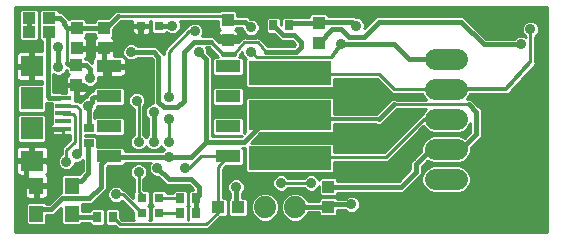
<source format=gtl>
G75*
G70*
%OFA0B0*%
%FSLAX24Y24*%
%IPPOS*%
%LPD*%
%AMOC8*
5,1,8,0,0,1.08239X$1,22.5*
%
%ADD10R,0.0433X0.0394*%
%ADD11R,0.0276X0.0354*%
%ADD12R,0.0315X0.0315*%
%ADD13R,0.0827X0.0394*%
%ADD14R,0.0472X0.0551*%
%ADD15R,0.0354X0.0276*%
%ADD16R,0.0394X0.0433*%
%ADD17C,0.0740*%
%ADD18R,0.2756X0.0787*%
%ADD19R,0.2756X0.0984*%
%ADD20C,0.0709*%
%ADD21R,0.0551X0.0138*%
%ADD22R,0.0748X0.0709*%
%ADD23R,0.0748X0.0748*%
%ADD24C,0.0160*%
%ADD25C,0.0100*%
%ADD26C,0.0356*%
%ADD27C,0.0140*%
%ADD28C,0.0120*%
%ADD29C,0.0110*%
%ADD30C,0.0150*%
D10*
X007747Y001759D03*
X008417Y001759D03*
X002130Y007601D03*
X001460Y007601D03*
X001460Y008070D03*
X002130Y008070D03*
D11*
X009602Y007824D03*
X010113Y007824D03*
X007008Y002066D03*
X006496Y002066D03*
X006496Y001566D03*
X007008Y001566D03*
X004250Y001437D03*
X003738Y001437D03*
D12*
X005207Y001566D03*
X005797Y001566D03*
X005797Y002066D03*
X005207Y002066D03*
X005190Y007807D03*
X005781Y007807D03*
D13*
X004119Y006461D03*
X004119Y005461D03*
X004119Y004461D03*
X004119Y003461D03*
X008096Y003461D03*
X008096Y004461D03*
X008096Y005461D03*
X008096Y006461D03*
D14*
X002874Y002476D03*
X001693Y002476D03*
X001693Y001555D03*
X002874Y001555D03*
D15*
X003442Y003903D03*
X003442Y004415D03*
D16*
X003031Y005840D03*
X003031Y006510D03*
X003051Y007071D03*
X003954Y007071D03*
X003954Y007740D03*
X003051Y007740D03*
X008080Y007998D03*
X008080Y007329D03*
X011108Y007239D03*
X011108Y007909D03*
X011432Y002454D03*
X011432Y001785D03*
D17*
X010324Y001766D03*
X009324Y001766D03*
D18*
X010151Y003410D03*
X010151Y006244D03*
D19*
X010151Y004827D03*
D20*
X015003Y004695D02*
X015712Y004695D01*
X015712Y005695D02*
X015003Y005695D01*
X015003Y006695D02*
X015712Y006695D01*
X015712Y003695D02*
X015003Y003695D01*
X015003Y002695D02*
X015712Y002695D01*
D21*
X002593Y004382D03*
X002593Y004638D03*
X002593Y004894D03*
X002593Y005150D03*
X002593Y005406D03*
D22*
X001550Y006469D03*
X001550Y003319D03*
D23*
X001550Y004394D03*
X001550Y005394D03*
D24*
X002074Y005479D02*
X002139Y005414D01*
X002451Y005414D01*
X002074Y005479D02*
X002074Y007545D01*
X002420Y007101D02*
X002420Y006441D01*
X002431Y006441D01*
X002733Y006580D02*
X002808Y006505D01*
X003047Y006505D01*
X003031Y006510D02*
X003353Y006510D01*
X003478Y006385D01*
X003478Y006075D01*
X003795Y005820D02*
X003983Y006008D01*
X003983Y006324D01*
X003954Y006626D02*
X003954Y007071D01*
X003521Y007071D01*
X003051Y007071D01*
X004078Y007195D02*
X004358Y007195D01*
X004608Y007445D01*
X004608Y007633D01*
X004782Y007807D01*
X005190Y007807D01*
X005170Y007787D02*
X005170Y007570D01*
X005420Y007320D01*
X006170Y007320D01*
X006608Y006945D02*
X006951Y007289D01*
X007514Y007289D01*
X007108Y006945D02*
X007358Y006695D01*
X007358Y003945D01*
X008608Y003945D01*
X009108Y004445D01*
X007358Y003945D02*
X006858Y003445D01*
X006108Y003445D01*
X004119Y003445D01*
X004119Y003461D02*
X003858Y003199D01*
X003858Y002445D01*
X003469Y002057D01*
X002563Y002057D01*
X002201Y001695D01*
X001779Y001695D01*
X001693Y002476D02*
X001546Y002506D01*
X001358Y002695D01*
X001358Y003277D01*
X001550Y003319D01*
X002031Y003319D01*
X002237Y003113D01*
X002189Y003161D02*
X002189Y004327D01*
X002245Y004382D01*
X002593Y004382D01*
X003442Y004415D02*
X003442Y005125D01*
X003423Y005145D02*
X003568Y005270D01*
X003568Y005405D01*
X003608Y005445D01*
X004104Y005445D01*
X003568Y005715D02*
X003157Y005715D01*
X003788Y004905D02*
X003878Y004815D01*
X004108Y004815D01*
X004113Y004820D02*
X004838Y004820D01*
X004858Y004800D01*
X004858Y004195D01*
X004608Y003945D01*
X003858Y003945D01*
X003442Y003903D02*
X003438Y003887D01*
X003438Y002893D01*
X003180Y002635D01*
X002997Y002635D01*
X003035Y001437D02*
X003738Y001437D01*
X005733Y003070D02*
X006108Y002695D01*
X006858Y002695D01*
X007108Y002445D01*
X007108Y002166D01*
X007008Y002066D02*
X007008Y001566D01*
X008358Y001818D02*
X008358Y002445D01*
X010343Y001785D02*
X011432Y001785D01*
X011509Y001861D02*
X012206Y001861D01*
X011441Y002445D02*
X013858Y002445D01*
X014358Y002945D01*
X014358Y003195D01*
X014858Y003695D01*
X015358Y003695D01*
X015858Y003695D01*
X016358Y004195D01*
X016358Y004945D01*
X016108Y005195D01*
X015358Y006695D02*
X014108Y006695D01*
X013608Y007195D01*
X011858Y007195D01*
X012108Y007445D02*
X012608Y007445D01*
X013108Y007945D01*
X015858Y007945D01*
X016608Y007195D01*
X017858Y007195D01*
X013608Y005195D02*
X013108Y004695D01*
X012389Y005008D02*
X012201Y005195D01*
X012201Y005695D01*
X010514Y007101D02*
X010514Y007289D01*
X010295Y007508D01*
X010198Y007909D02*
X011108Y007909D01*
X011144Y007945D02*
X012233Y007945D01*
X012358Y007820D01*
X012108Y007445D02*
X011858Y007695D01*
X011563Y007695D01*
X011108Y007239D01*
X008858Y007758D02*
X008670Y007945D01*
X008133Y007945D01*
X008295Y006883D02*
X007920Y006883D01*
X006608Y006945D02*
X006608Y005320D01*
X006389Y005101D01*
X005951Y005101D01*
X005764Y005289D01*
X005764Y006789D01*
X005608Y006945D01*
X004858Y006945D01*
X004028Y007740D02*
X004420Y008133D01*
X003954Y007740D02*
X003051Y007740D01*
X002733Y007740D01*
X002608Y007865D01*
X002608Y007945D01*
X002483Y008070D01*
X002130Y008070D01*
X001460Y008070D02*
X001460Y007601D01*
X001420Y007101D02*
X001550Y006971D01*
X001550Y006469D01*
X005608Y004945D02*
X005608Y003945D01*
X005781Y007820D02*
X006233Y007820D01*
D25*
X000986Y008447D02*
X000988Y000948D01*
X018725Y000947D01*
X018722Y008443D01*
X000986Y008447D01*
X000986Y008400D02*
X018722Y008400D01*
X018722Y008301D02*
X008346Y008301D01*
X008322Y008325D02*
X007838Y008325D01*
X007805Y008293D01*
X004529Y008293D01*
X004499Y008323D01*
X004341Y008323D01*
X004086Y008067D01*
X003712Y008067D01*
X003647Y008002D01*
X003647Y007930D01*
X003358Y007930D01*
X003358Y008002D01*
X003294Y008067D01*
X002809Y008067D01*
X002782Y008040D01*
X002686Y008135D01*
X002561Y008260D01*
X002456Y008260D01*
X002456Y008312D01*
X002392Y008377D01*
X001868Y008377D01*
X001803Y008312D01*
X001803Y007359D01*
X001868Y007294D01*
X001884Y007294D01*
X001884Y006973D01*
X001600Y006973D01*
X001600Y006519D01*
X001500Y006519D01*
X001500Y006973D01*
X001156Y006973D01*
X001118Y006963D01*
X001084Y006943D01*
X001056Y006915D01*
X001036Y006881D01*
X001026Y006843D01*
X001026Y006519D01*
X001500Y006519D01*
X001500Y006419D01*
X001026Y006419D01*
X001026Y006095D01*
X001036Y006056D01*
X001056Y006022D01*
X001084Y005994D01*
X001118Y005975D01*
X001156Y005964D01*
X001500Y005964D01*
X001500Y006419D01*
X001600Y006419D01*
X001600Y005964D01*
X001884Y005964D01*
X001884Y005878D01*
X001130Y005878D01*
X001066Y005813D01*
X001066Y004974D01*
X001130Y004910D01*
X001970Y004910D01*
X002034Y004974D01*
X002034Y005250D01*
X002060Y005224D01*
X002208Y005224D01*
X002208Y005035D01*
X002221Y005022D01*
X002208Y005008D01*
X002208Y004779D01*
X002221Y004766D01*
X002208Y004752D01*
X002208Y004553D01*
X002198Y004543D01*
X002178Y004509D01*
X002168Y004471D01*
X002168Y004382D01*
X002168Y004293D01*
X002178Y004255D01*
X002198Y004221D01*
X002226Y004193D01*
X002260Y004173D01*
X002298Y004163D01*
X002593Y004163D01*
X002593Y004382D01*
X002168Y004382D01*
X002593Y004382D01*
X002593Y004382D01*
X002593Y004382D01*
X002483Y004383D01*
X002593Y004382D02*
X002593Y004163D01*
X002821Y004163D01*
X002821Y004002D01*
X002637Y003824D01*
X002635Y003824D01*
X002589Y003778D01*
X002542Y003733D01*
X002542Y003731D01*
X002541Y003730D01*
X002541Y003665D01*
X002540Y003600D01*
X002541Y003599D01*
X002541Y003534D01*
X002538Y003533D01*
X002457Y003452D01*
X002413Y003346D01*
X002413Y003231D01*
X002457Y003126D01*
X002538Y003045D01*
X002644Y003001D01*
X002759Y003001D01*
X002864Y003045D01*
X002945Y003126D01*
X002989Y003231D01*
X002989Y003251D01*
X003102Y003251D01*
X003208Y003295D01*
X003248Y003335D01*
X003248Y002972D01*
X003138Y002861D01*
X002593Y002861D01*
X002528Y002797D01*
X002528Y002247D01*
X002484Y002247D01*
X002123Y001885D01*
X002031Y001885D01*
X001975Y001941D01*
X001411Y001941D01*
X001347Y001876D01*
X001347Y001234D01*
X001411Y001170D01*
X001975Y001170D01*
X002039Y001234D01*
X002039Y001505D01*
X002280Y001505D01*
X002528Y001753D01*
X002528Y001234D01*
X002593Y001170D01*
X003156Y001170D01*
X003221Y001234D01*
X003221Y001247D01*
X003491Y001247D01*
X003491Y001214D01*
X003555Y001150D01*
X003922Y001150D01*
X003986Y001214D01*
X003986Y001660D01*
X003922Y001724D01*
X003555Y001724D01*
X003491Y001660D01*
X003491Y001627D01*
X003221Y001627D01*
X003221Y001867D01*
X003548Y001867D01*
X003936Y002255D01*
X004047Y002366D01*
X004047Y003120D01*
X004081Y003154D01*
X004578Y003154D01*
X004643Y003218D01*
X004643Y003255D01*
X005510Y003255D01*
X005488Y003233D01*
X005444Y003127D01*
X005444Y003013D01*
X005488Y002907D01*
X005569Y002826D01*
X005675Y002782D01*
X005752Y002782D01*
X006029Y002505D01*
X006779Y002505D01*
X006918Y002366D01*
X006918Y002353D01*
X006825Y002353D01*
X006760Y002289D01*
X006760Y001843D01*
X006788Y001816D01*
X006760Y001789D01*
X006760Y001355D01*
X006744Y001355D01*
X006744Y001789D01*
X006717Y001816D01*
X006744Y001843D01*
X006744Y002289D01*
X006680Y002353D01*
X006313Y002353D01*
X006248Y002289D01*
X006248Y002226D01*
X006065Y002226D01*
X006065Y002269D01*
X006001Y002334D01*
X005594Y002334D01*
X005530Y002269D01*
X005530Y001863D01*
X005577Y001816D01*
X005530Y001769D01*
X005530Y001363D01*
X005538Y001355D01*
X005466Y001355D01*
X005474Y001363D01*
X005474Y001769D01*
X005427Y001816D01*
X005474Y001863D01*
X005474Y002269D01*
X005410Y002334D01*
X005267Y002334D01*
X005267Y002699D01*
X005271Y002701D01*
X005352Y002782D01*
X005396Y002888D01*
X005396Y003002D01*
X005352Y003108D01*
X005271Y003189D01*
X005165Y003233D01*
X005050Y003233D01*
X004944Y003189D01*
X004863Y003108D01*
X004819Y003002D01*
X004819Y002888D01*
X004863Y002782D01*
X004944Y002701D01*
X004948Y002699D01*
X004948Y002277D01*
X004939Y002269D01*
X004939Y002060D01*
X004738Y002261D01*
X004644Y002355D01*
X004603Y002355D01*
X004602Y002358D01*
X004521Y002439D01*
X004415Y002483D01*
X004300Y002483D01*
X004194Y002439D01*
X004113Y002358D01*
X004069Y002252D01*
X004069Y002138D01*
X004113Y002032D01*
X004194Y001951D01*
X004300Y001907D01*
X004415Y001907D01*
X004521Y001951D01*
X004558Y001988D01*
X004939Y001607D01*
X004939Y001363D01*
X004947Y001355D01*
X004559Y001355D01*
X004498Y001416D01*
X004498Y001660D01*
X004434Y001724D01*
X004067Y001724D01*
X004002Y001660D01*
X004002Y001214D01*
X004067Y001150D01*
X004311Y001150D01*
X004426Y001035D01*
X007424Y001035D01*
X007814Y001425D01*
X007841Y001452D01*
X008009Y001452D01*
X008074Y001517D01*
X008074Y002001D01*
X008009Y002066D01*
X007907Y002066D01*
X007907Y003046D01*
X008015Y003154D01*
X008555Y003154D01*
X008619Y003218D01*
X008619Y003703D01*
X008567Y003755D01*
X008663Y003755D01*
X008663Y002970D01*
X008727Y002906D01*
X011574Y002906D01*
X011639Y002970D01*
X011639Y003285D01*
X013424Y003285D01*
X014598Y004459D01*
X014610Y004432D01*
X014740Y004301D01*
X014911Y004231D01*
X015804Y004231D01*
X015975Y004301D01*
X016105Y004432D01*
X016168Y004582D01*
X016168Y004274D01*
X015979Y004085D01*
X015975Y004089D01*
X015804Y004159D01*
X014911Y004159D01*
X014740Y004089D01*
X014610Y003958D01*
X014539Y003787D01*
X014539Y003645D01*
X014279Y003385D01*
X014279Y003385D01*
X014168Y003274D01*
X014168Y003024D01*
X013779Y002635D01*
X011739Y002635D01*
X011739Y002716D01*
X011675Y002780D01*
X011190Y002780D01*
X011125Y002716D01*
X011125Y002676D01*
X011102Y002733D01*
X011021Y002814D01*
X010915Y002858D01*
X010800Y002858D01*
X010694Y002814D01*
X010613Y002733D01*
X010612Y002730D01*
X010103Y002730D01*
X010102Y002733D01*
X010021Y002814D01*
X009915Y002858D01*
X009800Y002858D01*
X009694Y002814D01*
X009613Y002733D01*
X009569Y002627D01*
X009569Y002513D01*
X009613Y002407D01*
X009694Y002326D01*
X009800Y002282D01*
X009915Y002282D01*
X010021Y002326D01*
X010102Y002407D01*
X010103Y002410D01*
X010612Y002410D01*
X010613Y002407D01*
X010694Y002326D01*
X010800Y002282D01*
X010915Y002282D01*
X011021Y002326D01*
X011102Y002407D01*
X011125Y002464D01*
X011125Y002192D01*
X011190Y002127D01*
X011675Y002127D01*
X011739Y002192D01*
X011739Y002255D01*
X013936Y002255D01*
X014436Y002755D01*
X014547Y002866D01*
X014547Y003116D01*
X014736Y003305D01*
X014740Y003301D01*
X014911Y003231D01*
X015804Y003231D01*
X015975Y003301D01*
X016105Y003432D01*
X016176Y003603D01*
X016176Y003745D01*
X016547Y004116D01*
X016547Y005024D01*
X016436Y005135D01*
X016186Y005385D01*
X016058Y005385D01*
X016105Y005432D01*
X016144Y005525D01*
X017292Y005525D01*
X017296Y005521D01*
X017362Y005525D01*
X017428Y005525D01*
X017432Y005529D01*
X017437Y005529D01*
X017481Y005578D01*
X017527Y005625D01*
X017527Y005630D01*
X018344Y006540D01*
X018336Y006681D01*
X018330Y006686D01*
X018330Y007449D01*
X018333Y007451D01*
X018414Y007532D01*
X018458Y007638D01*
X018458Y007752D01*
X018414Y007858D01*
X018333Y007939D01*
X018227Y007983D01*
X018113Y007983D01*
X018007Y007939D01*
X017926Y007858D01*
X017882Y007752D01*
X017882Y007638D01*
X017926Y007532D01*
X018007Y007451D01*
X018010Y007449D01*
X018010Y007444D01*
X017915Y007483D01*
X017800Y007483D01*
X017694Y007439D01*
X017640Y007385D01*
X016686Y007385D01*
X015936Y008135D01*
X013029Y008135D01*
X012918Y008024D01*
X012638Y007744D01*
X012646Y007763D01*
X012646Y007877D01*
X012602Y007983D01*
X012521Y008064D01*
X012415Y008108D01*
X012338Y008108D01*
X012311Y008135D01*
X011414Y008135D01*
X011414Y008171D01*
X011350Y008235D01*
X010865Y008235D01*
X010801Y008171D01*
X010801Y008099D01*
X010309Y008099D01*
X010297Y008111D01*
X009930Y008111D01*
X009866Y008047D01*
X009866Y007824D01*
X009849Y007840D01*
X009849Y008047D01*
X009785Y008111D01*
X009418Y008111D01*
X009354Y008047D01*
X009354Y007601D01*
X009418Y007537D01*
X009629Y007537D01*
X009735Y007431D01*
X009843Y007323D01*
X010211Y007323D01*
X010324Y007210D01*
X010324Y007173D01*
X010281Y007130D01*
X009413Y007130D01*
X009153Y007419D01*
X009017Y007426D01*
X009007Y007418D01*
X008708Y007418D01*
X008700Y007425D01*
X008563Y007419D01*
X008427Y007271D01*
X008427Y007280D01*
X008128Y007280D01*
X008128Y007377D01*
X008427Y007377D01*
X008427Y007565D01*
X008417Y007603D01*
X008397Y007638D01*
X008369Y007665D01*
X008335Y007685D01*
X008387Y007736D01*
X008387Y007755D01*
X008569Y007755D01*
X008569Y007700D01*
X008613Y007594D01*
X008694Y007513D01*
X008800Y007469D01*
X008915Y007469D01*
X009021Y007513D01*
X009102Y007594D01*
X009146Y007700D01*
X009146Y007815D01*
X009102Y007921D01*
X009021Y008002D01*
X008915Y008046D01*
X008838Y008046D01*
X008749Y008135D01*
X008387Y008135D01*
X008387Y008260D01*
X008322Y008325D01*
X008387Y008203D02*
X010832Y008203D01*
X010801Y008104D02*
X010304Y008104D01*
X010198Y007909D02*
X010113Y007824D01*
X009866Y007907D02*
X009849Y007907D01*
X009849Y008006D02*
X009866Y008006D01*
X009923Y008104D02*
X009792Y008104D01*
X009604Y007824D02*
X009602Y007824D01*
X009354Y007809D02*
X009146Y007809D01*
X009146Y007710D02*
X009354Y007710D01*
X009354Y007612D02*
X009109Y007612D01*
X009020Y007513D02*
X009653Y007513D01*
X009751Y007415D02*
X009157Y007415D01*
X009246Y007316D02*
X010218Y007316D01*
X010316Y007218D02*
X009334Y007218D01*
X009076Y007258D02*
X008639Y007258D01*
X008559Y007415D02*
X008427Y007415D01*
X008427Y007513D02*
X008695Y007513D01*
X008606Y007612D02*
X008412Y007612D01*
X008361Y007710D02*
X008569Y007710D01*
X008133Y007945D02*
X008080Y007998D01*
X007902Y008133D01*
X004420Y008133D01*
X004529Y007973D02*
X004883Y007973D01*
X004883Y007836D01*
X005161Y007836D01*
X005161Y007778D01*
X004883Y007778D01*
X004883Y007630D01*
X004893Y007591D01*
X004913Y007557D01*
X004941Y007529D01*
X004975Y007510D01*
X005013Y007499D01*
X005161Y007499D01*
X005161Y007778D01*
X005219Y007778D01*
X005219Y007836D01*
X005498Y007836D01*
X005498Y007973D01*
X005513Y007973D01*
X005513Y007604D01*
X005578Y007539D01*
X005984Y007539D01*
X006045Y007600D01*
X006069Y007576D01*
X006175Y007532D01*
X006290Y007532D01*
X006396Y007576D01*
X006477Y007657D01*
X006521Y007763D01*
X006521Y007877D01*
X006481Y007973D01*
X007773Y007973D01*
X007773Y007736D01*
X007824Y007685D01*
X007791Y007665D01*
X007763Y007638D01*
X007743Y007603D01*
X007733Y007565D01*
X007733Y007377D01*
X008032Y007377D01*
X008032Y007280D01*
X007777Y007280D01*
X007704Y007353D01*
X007704Y007368D01*
X007592Y007479D01*
X007231Y007479D01*
X007271Y007575D01*
X007271Y007690D01*
X007227Y007796D01*
X007146Y007877D01*
X007040Y007921D01*
X006925Y007921D01*
X006819Y007877D01*
X006738Y007796D01*
X006737Y007793D01*
X006729Y007793D01*
X005948Y007011D01*
X005948Y006874D01*
X005686Y007135D01*
X005075Y007135D01*
X005021Y007189D01*
X004915Y007233D01*
X004800Y007233D01*
X004694Y007189D01*
X004613Y007108D01*
X004569Y007002D01*
X004569Y006888D01*
X004612Y006785D01*
X004591Y006797D01*
X004552Y006808D01*
X004294Y006808D01*
X004301Y006835D01*
X004301Y007023D01*
X004002Y007023D01*
X004002Y007119D01*
X004624Y007119D01*
X004577Y007021D02*
X004301Y007021D01*
X004301Y007119D02*
X004002Y007119D01*
X003954Y007071D02*
X004078Y007195D01*
X003906Y007119D02*
X003906Y007023D01*
X003607Y007023D01*
X003607Y006835D01*
X003617Y006797D01*
X003625Y006784D01*
X003614Y006778D01*
X003586Y006750D01*
X003566Y006716D01*
X003556Y006677D01*
X003556Y006575D01*
X003432Y006700D01*
X003338Y006700D01*
X003338Y006733D01*
X003340Y006734D01*
X003368Y006762D01*
X003388Y006797D01*
X003398Y006835D01*
X003398Y007023D01*
X003100Y007023D01*
X003100Y007119D01*
X003906Y007119D01*
X003607Y007119D01*
X003607Y007307D01*
X003617Y007345D01*
X003637Y007380D01*
X003665Y007408D01*
X003698Y007427D01*
X003647Y007478D01*
X003647Y007550D01*
X003358Y007550D01*
X003358Y007478D01*
X003307Y007427D01*
X003340Y007408D01*
X003368Y007380D01*
X003388Y007345D01*
X003398Y007307D01*
X003398Y007119D01*
X003100Y007119D01*
X003398Y007021D02*
X003607Y007021D01*
X003607Y006922D02*
X003398Y006922D01*
X003395Y006824D02*
X003610Y006824D01*
X003572Y006725D02*
X003338Y006725D01*
X003505Y006627D02*
X003556Y006627D01*
X003954Y006626D02*
X004119Y006461D01*
X003983Y006324D01*
X004071Y006331D02*
X004168Y006331D01*
X004168Y006412D02*
X004071Y006412D01*
X004071Y006114D01*
X003771Y006114D01*
X003771Y006013D01*
X003727Y005907D01*
X003646Y005826D01*
X003540Y005782D01*
X003425Y005782D01*
X003319Y005826D01*
X003256Y005889D01*
X003080Y005889D01*
X003080Y005792D01*
X003378Y005792D01*
X003378Y005604D01*
X003368Y005566D01*
X003348Y005532D01*
X003320Y005504D01*
X003286Y005484D01*
X003248Y005474D01*
X003080Y005474D01*
X003080Y005792D01*
X002983Y005792D01*
X002685Y005792D01*
X002685Y005604D01*
X002690Y005585D01*
X002549Y005585D01*
X002530Y005604D01*
X002264Y005604D01*
X002264Y006200D01*
X002268Y006196D01*
X002374Y006153D01*
X002488Y006153D01*
X002594Y006196D01*
X002675Y006277D01*
X002702Y006342D01*
X002725Y006319D01*
X002725Y006247D01*
X002776Y006196D01*
X002742Y006177D01*
X002715Y006149D01*
X002695Y006115D01*
X002685Y006077D01*
X002685Y005889D01*
X002983Y005889D01*
X002983Y005792D01*
X002983Y005474D01*
X002979Y005474D01*
X002979Y005310D01*
X003104Y005310D01*
X003157Y005257D01*
X003178Y005308D01*
X003259Y005389D01*
X003365Y005433D01*
X003378Y005433D01*
X003378Y005484D01*
X003489Y005595D01*
X003529Y005635D01*
X003596Y005635D01*
X003596Y005703D01*
X003660Y005768D01*
X004578Y005768D01*
X004643Y005703D01*
X004643Y005218D01*
X004578Y005154D01*
X003724Y005154D01*
X003711Y005143D01*
X003711Y005088D01*
X003667Y004982D01*
X003632Y004948D01*
X003632Y004740D01*
X003660Y004768D01*
X004578Y004768D01*
X004643Y004703D01*
X004643Y004218D01*
X004578Y004154D01*
X003660Y004154D01*
X003647Y004167D01*
X003309Y004167D01*
X003309Y004151D01*
X003665Y004151D01*
X003730Y004086D01*
X003730Y003768D01*
X004578Y003768D01*
X004643Y003703D01*
X004643Y003635D01*
X005890Y003635D01*
X005944Y003689D01*
X005958Y003695D01*
X005944Y003701D01*
X005863Y003782D01*
X005857Y003796D01*
X005852Y003782D01*
X005771Y003701D01*
X005665Y003657D01*
X005550Y003657D01*
X005444Y003701D01*
X005363Y003782D01*
X005358Y003796D01*
X005352Y003782D01*
X005271Y003701D01*
X005165Y003657D01*
X005050Y003657D01*
X004944Y003701D01*
X004863Y003782D01*
X004819Y003888D01*
X004819Y004002D01*
X004863Y004108D01*
X004944Y004189D01*
X004948Y004191D01*
X004948Y005049D01*
X004882Y005076D01*
X004801Y005157D01*
X004757Y005263D01*
X004757Y005377D01*
X004801Y005483D01*
X004882Y005564D01*
X004988Y005608D01*
X005102Y005608D01*
X005208Y005564D01*
X005289Y005483D01*
X005333Y005377D01*
X005333Y005263D01*
X005289Y005157D01*
X005267Y005135D01*
X005267Y004191D01*
X005271Y004189D01*
X005352Y004108D01*
X005358Y004094D01*
X005363Y004108D01*
X005418Y004163D01*
X005418Y004728D01*
X005363Y004782D01*
X005319Y004888D01*
X005319Y005002D01*
X005363Y005108D01*
X005444Y005189D01*
X005550Y005233D01*
X005574Y005233D01*
X005574Y006710D01*
X005529Y006755D01*
X005075Y006755D01*
X005021Y006701D01*
X004915Y006657D01*
X004800Y006657D01*
X004694Y006701D01*
X004663Y006732D01*
X004672Y006716D01*
X004683Y006677D01*
X004683Y006509D01*
X004168Y006509D01*
X004168Y006412D01*
X004168Y006114D01*
X004552Y006114D01*
X004591Y006124D01*
X004625Y006144D01*
X004653Y006172D01*
X004672Y006206D01*
X004683Y006244D01*
X004683Y006412D01*
X004168Y006412D01*
X004168Y006430D02*
X005574Y006430D01*
X005574Y006528D02*
X004683Y006528D01*
X004683Y006627D02*
X005574Y006627D01*
X005559Y006725D02*
X005045Y006725D01*
X005108Y006445D02*
X004135Y006445D01*
X004119Y006461D01*
X004108Y006449D01*
X004071Y006233D02*
X004168Y006233D01*
X004168Y006134D02*
X004071Y006134D01*
X003771Y006036D02*
X005574Y006036D01*
X005574Y006134D02*
X004608Y006134D01*
X004680Y006233D02*
X005574Y006233D01*
X005574Y006331D02*
X004683Y006331D01*
X004667Y006725D02*
X004670Y006725D01*
X004596Y006824D02*
X004298Y006824D01*
X004301Y006922D02*
X004569Y006922D01*
X004301Y007119D02*
X004301Y007307D01*
X004291Y007345D01*
X004271Y007380D01*
X004243Y007408D01*
X004209Y007427D01*
X004261Y007478D01*
X004261Y007705D01*
X004529Y007973D01*
X004463Y007907D02*
X004883Y007907D01*
X004883Y007710D02*
X004266Y007710D01*
X004261Y007612D02*
X004888Y007612D01*
X004969Y007513D02*
X004261Y007513D01*
X004231Y007415D02*
X006351Y007415D01*
X006449Y007513D02*
X005412Y007513D01*
X005406Y007510D02*
X005440Y007529D01*
X005468Y007557D01*
X005487Y007591D01*
X005498Y007630D01*
X005498Y007778D01*
X005219Y007778D01*
X005219Y007499D01*
X005367Y007499D01*
X005406Y007510D01*
X005493Y007612D02*
X005513Y007612D01*
X005513Y007710D02*
X005498Y007710D01*
X005513Y007809D02*
X005219Y007809D01*
X005190Y007807D02*
X005170Y007787D01*
X005161Y007809D02*
X004365Y007809D01*
X004028Y007740D02*
X003954Y007740D01*
X003647Y007513D02*
X003358Y007513D01*
X003328Y007415D02*
X003677Y007415D01*
X003609Y007316D02*
X003396Y007316D01*
X003398Y007218D02*
X003607Y007218D01*
X003483Y007110D02*
X003521Y007071D01*
X003483Y007110D02*
X003483Y007420D01*
X004298Y007316D02*
X006252Y007316D01*
X006154Y007218D02*
X004953Y007218D01*
X004762Y007218D02*
X004301Y007218D01*
X005161Y007513D02*
X005219Y007513D01*
X005219Y007612D02*
X005161Y007612D01*
X005161Y007710D02*
X005219Y007710D01*
X005498Y007907D02*
X005513Y007907D01*
X005781Y007820D02*
X005781Y007807D01*
X006431Y007612D02*
X006548Y007612D01*
X006499Y007710D02*
X006646Y007710D01*
X006751Y007809D02*
X006521Y007809D01*
X006508Y007907D02*
X006892Y007907D01*
X007073Y007907D02*
X007773Y007907D01*
X007773Y007809D02*
X007214Y007809D01*
X007262Y007710D02*
X007799Y007710D01*
X007748Y007612D02*
X007271Y007612D01*
X007245Y007513D02*
X007733Y007513D01*
X007733Y007415D02*
X007657Y007415D01*
X007741Y007316D02*
X008032Y007316D01*
X008080Y007329D02*
X008196Y007445D01*
X008128Y007316D02*
X008469Y007316D01*
X008080Y007329D02*
X007946Y007195D01*
X007946Y007356D01*
X007449Y007099D02*
X007730Y006818D01*
X007730Y006804D01*
X007766Y006768D01*
X007637Y006768D01*
X007572Y006703D01*
X007572Y006218D01*
X007637Y006154D01*
X008555Y006154D01*
X008619Y006218D01*
X008619Y006703D01*
X008555Y006768D01*
X008449Y006768D01*
X008485Y006804D01*
X008485Y006846D01*
X008569Y006938D01*
X008569Y006888D01*
X008613Y006782D01*
X008687Y006708D01*
X008663Y006684D01*
X008663Y005805D01*
X008727Y005741D01*
X011574Y005741D01*
X011639Y005805D01*
X011639Y006035D01*
X013041Y006035D01*
X013541Y005535D01*
X014567Y005535D01*
X014610Y005432D01*
X014687Y005355D01*
X013716Y005355D01*
X013686Y005385D01*
X013529Y005385D01*
X013009Y004865D01*
X011639Y004865D01*
X011639Y005365D01*
X011574Y005429D01*
X008727Y005429D01*
X008663Y005365D01*
X008663Y004289D01*
X008673Y004279D01*
X008619Y004225D01*
X008619Y004703D01*
X008555Y004768D01*
X007637Y004768D01*
X007572Y004703D01*
X007572Y004218D01*
X007637Y004154D01*
X008548Y004154D01*
X008529Y004135D01*
X007547Y004135D01*
X007547Y006774D01*
X007396Y006926D01*
X007396Y007002D01*
X007356Y007099D01*
X007449Y007099D01*
X007388Y007021D02*
X007527Y007021D01*
X007626Y006922D02*
X007399Y006922D01*
X007498Y006824D02*
X007724Y006824D01*
X007594Y006725D02*
X007547Y006725D01*
X007547Y006627D02*
X007572Y006627D01*
X007572Y006528D02*
X007547Y006528D01*
X007547Y006430D02*
X007572Y006430D01*
X007572Y006331D02*
X007547Y006331D01*
X007547Y006233D02*
X007572Y006233D01*
X007547Y006134D02*
X008663Y006134D01*
X008663Y006036D02*
X007547Y006036D01*
X007547Y005937D02*
X008663Y005937D01*
X008663Y005839D02*
X007547Y005839D01*
X007547Y005740D02*
X007609Y005740D01*
X007637Y005768D02*
X007572Y005703D01*
X007572Y005218D01*
X007637Y005154D01*
X008555Y005154D01*
X008619Y005218D01*
X008619Y005703D01*
X008555Y005768D01*
X007637Y005768D01*
X007572Y005642D02*
X007547Y005642D01*
X007547Y005543D02*
X007572Y005543D01*
X007572Y005445D02*
X007547Y005445D01*
X007547Y005346D02*
X007572Y005346D01*
X007572Y005248D02*
X007547Y005248D01*
X007547Y005149D02*
X008663Y005149D01*
X008663Y005051D02*
X007547Y005051D01*
X007547Y004952D02*
X008663Y004952D01*
X008663Y004854D02*
X007547Y004854D01*
X007547Y004755D02*
X007624Y004755D01*
X007572Y004657D02*
X007547Y004657D01*
X007547Y004558D02*
X007572Y004558D01*
X007572Y004460D02*
X007547Y004460D01*
X007547Y004361D02*
X007572Y004361D01*
X007572Y004263D02*
X007547Y004263D01*
X007547Y004164D02*
X007627Y004164D01*
X008619Y004263D02*
X008656Y004263D01*
X008663Y004361D02*
X008619Y004361D01*
X008619Y004460D02*
X008663Y004460D01*
X008663Y004558D02*
X008619Y004558D01*
X008619Y004657D02*
X008663Y004657D01*
X008663Y004755D02*
X008567Y004755D01*
X009108Y004445D02*
X009769Y004445D01*
X010151Y004827D01*
X010283Y004695D01*
X009156Y004225D02*
X011574Y004225D01*
X011639Y004289D01*
X011639Y004525D01*
X013009Y004525D01*
X013029Y004505D01*
X013186Y004505D01*
X013716Y005035D01*
X014687Y005035D01*
X014610Y004958D01*
X014567Y004855D01*
X014541Y004855D01*
X014448Y004761D01*
X013291Y003605D01*
X011639Y003605D01*
X011639Y003849D01*
X011574Y003913D01*
X008844Y003913D01*
X009156Y004225D01*
X009095Y004164D02*
X013850Y004164D01*
X013752Y004066D02*
X008997Y004066D01*
X008898Y003967D02*
X013653Y003967D01*
X013555Y003869D02*
X011619Y003869D01*
X011639Y003770D02*
X013456Y003770D01*
X013358Y003672D02*
X011639Y003672D01*
X011639Y003278D02*
X014171Y003278D01*
X014168Y003179D02*
X011639Y003179D01*
X011639Y003081D02*
X014168Y003081D01*
X014126Y002982D02*
X011639Y002982D01*
X011739Y002687D02*
X013830Y002687D01*
X013929Y002785D02*
X011050Y002785D01*
X011121Y002687D02*
X011125Y002687D01*
X010858Y002570D02*
X009858Y002570D01*
X009594Y002687D02*
X008523Y002687D01*
X008521Y002689D02*
X008415Y002733D01*
X008300Y002733D01*
X008194Y002689D01*
X008113Y002608D01*
X008069Y002502D01*
X008069Y002388D01*
X008113Y002282D01*
X008168Y002228D01*
X008168Y002066D01*
X008154Y002066D01*
X008090Y002001D01*
X008090Y001517D01*
X008154Y001452D01*
X008679Y001452D01*
X008743Y001517D01*
X008743Y002001D01*
X008679Y002066D01*
X008547Y002066D01*
X008547Y002228D01*
X008602Y002282D01*
X008646Y002388D01*
X008646Y002502D01*
X008602Y002608D01*
X008521Y002689D01*
X008610Y002588D02*
X009569Y002588D01*
X009579Y002490D02*
X008646Y002490D01*
X008646Y002391D02*
X009629Y002391D01*
X009775Y002293D02*
X008606Y002293D01*
X008547Y002194D02*
X009103Y002194D01*
X009052Y002173D02*
X009229Y002246D01*
X009420Y002246D01*
X009596Y002173D01*
X009731Y002038D01*
X009804Y001861D01*
X009804Y001670D01*
X009731Y001494D01*
X009596Y001359D01*
X009420Y001286D01*
X009229Y001286D01*
X009052Y001359D01*
X008917Y001494D01*
X008844Y001670D01*
X008844Y001861D01*
X008917Y002038D01*
X009052Y002173D01*
X008975Y002096D02*
X008547Y002096D01*
X008743Y001997D02*
X008900Y001997D01*
X008859Y001899D02*
X008743Y001899D01*
X008743Y001800D02*
X008844Y001800D01*
X008844Y001702D02*
X008743Y001702D01*
X008743Y001603D02*
X008872Y001603D01*
X008913Y001505D02*
X008731Y001505D01*
X009005Y001406D02*
X007795Y001406D01*
X007696Y001308D02*
X009176Y001308D01*
X009472Y001308D02*
X010176Y001308D01*
X010229Y001286D02*
X010420Y001286D01*
X010596Y001359D01*
X010731Y001494D01*
X010773Y001595D01*
X011125Y001595D01*
X011125Y001523D01*
X011190Y001458D01*
X011675Y001458D01*
X011739Y001523D01*
X011739Y001671D01*
X011988Y001671D01*
X012043Y001617D01*
X012149Y001573D01*
X012263Y001573D01*
X012369Y001617D01*
X012450Y001698D01*
X012494Y001804D01*
X012494Y001919D01*
X012450Y002025D01*
X012369Y002106D01*
X012263Y002150D01*
X012149Y002150D01*
X012043Y002106D01*
X011988Y002051D01*
X011734Y002051D01*
X011675Y002111D01*
X011190Y002111D01*
X011125Y002047D01*
X011125Y001975D01*
X010757Y001975D01*
X010731Y002038D01*
X010596Y002173D01*
X010420Y002246D01*
X010229Y002246D01*
X010052Y002173D01*
X009917Y002038D01*
X009844Y001861D01*
X009844Y001670D01*
X009917Y001494D01*
X010052Y001359D01*
X010229Y001286D01*
X010472Y001308D02*
X018725Y001308D01*
X018725Y001406D02*
X010643Y001406D01*
X010735Y001505D02*
X011143Y001505D01*
X011432Y001785D02*
X011509Y001861D01*
X011690Y002096D02*
X012033Y002096D01*
X011739Y002194D02*
X018725Y002194D01*
X018725Y002096D02*
X012379Y002096D01*
X012462Y001997D02*
X018725Y001997D01*
X018725Y001899D02*
X012494Y001899D01*
X012492Y001800D02*
X018725Y001800D01*
X018725Y001702D02*
X012452Y001702D01*
X012335Y001603D02*
X018725Y001603D01*
X018725Y001505D02*
X011721Y001505D01*
X011739Y001603D02*
X012077Y001603D01*
X011174Y002096D02*
X010673Y002096D01*
X010748Y001997D02*
X011125Y001997D01*
X011125Y002194D02*
X010545Y002194D01*
X010629Y002391D02*
X010086Y002391D01*
X009940Y002293D02*
X010775Y002293D01*
X010940Y002293D02*
X011125Y002293D01*
X011125Y002391D02*
X011086Y002391D01*
X011432Y002454D02*
X011441Y002445D01*
X010665Y002785D02*
X010050Y002785D01*
X009665Y002785D02*
X007907Y002785D01*
X007907Y002687D02*
X008192Y002687D01*
X008105Y002588D02*
X007907Y002588D01*
X007907Y002490D02*
X008069Y002490D01*
X008069Y002391D02*
X007907Y002391D01*
X007907Y002293D02*
X008109Y002293D01*
X008168Y002194D02*
X007907Y002194D01*
X007907Y002096D02*
X008168Y002096D01*
X008090Y001997D02*
X008074Y001997D01*
X008074Y001899D02*
X008090Y001899D01*
X008090Y001800D02*
X008074Y001800D01*
X008074Y001702D02*
X008090Y001702D01*
X008090Y001603D02*
X008074Y001603D01*
X008062Y001505D02*
X008102Y001505D01*
X007747Y001585D02*
X007747Y001759D01*
X007747Y003112D01*
X008096Y003461D01*
X007186Y003461D01*
X006795Y003070D01*
X006670Y003070D01*
X005847Y002687D02*
X005267Y002687D01*
X005267Y002588D02*
X005946Y002588D01*
X006042Y002293D02*
X006252Y002293D01*
X006496Y002066D02*
X005797Y002066D01*
X005530Y002096D02*
X005474Y002096D01*
X005474Y002194D02*
X005530Y002194D01*
X005553Y002293D02*
X005451Y002293D01*
X005267Y002391D02*
X006893Y002391D01*
X006794Y002490D02*
X005267Y002490D01*
X005108Y002258D02*
X005207Y002158D01*
X005207Y002066D01*
X005108Y002258D02*
X005108Y002945D01*
X005363Y003081D02*
X005444Y003081D01*
X005457Y002982D02*
X005396Y002982D01*
X005394Y002884D02*
X005512Y002884D01*
X005668Y002785D02*
X005353Y002785D01*
X004948Y002687D02*
X004047Y002687D01*
X004047Y002785D02*
X004862Y002785D01*
X004821Y002884D02*
X004047Y002884D01*
X004047Y002982D02*
X004819Y002982D01*
X004852Y003081D02*
X004047Y003081D01*
X004119Y003445D02*
X004119Y003461D01*
X004603Y003179D02*
X004934Y003179D01*
X005281Y003179D02*
X005466Y003179D01*
X005515Y003672D02*
X005200Y003672D01*
X005340Y003770D02*
X005375Y003770D01*
X005108Y003945D02*
X005108Y005258D01*
X005045Y005320D01*
X004785Y005445D02*
X004643Y005445D01*
X004643Y005543D02*
X004861Y005543D01*
X004643Y005642D02*
X005574Y005642D01*
X005574Y005740D02*
X004606Y005740D01*
X004119Y005461D02*
X004104Y005445D01*
X003596Y005642D02*
X003378Y005642D01*
X003378Y005740D02*
X003633Y005740D01*
X003568Y005715D02*
X003673Y005820D01*
X003795Y005820D01*
X003739Y005937D02*
X005574Y005937D01*
X005574Y005839D02*
X003658Y005839D01*
X003307Y005839D02*
X003080Y005839D01*
X003031Y005840D02*
X003157Y005715D01*
X003080Y005740D02*
X002983Y005740D01*
X002983Y005642D02*
X003080Y005642D01*
X003080Y005543D02*
X002983Y005543D01*
X002979Y005445D02*
X003378Y005445D01*
X003355Y005543D02*
X003437Y005543D01*
X003216Y005346D02*
X002979Y005346D01*
X002593Y005406D02*
X002451Y005414D01*
X002264Y005642D02*
X002685Y005642D01*
X002685Y005740D02*
X002264Y005740D01*
X002264Y005839D02*
X002983Y005839D01*
X002685Y005937D02*
X002264Y005937D01*
X002264Y006036D02*
X002685Y006036D01*
X002706Y006134D02*
X002264Y006134D01*
X002630Y006233D02*
X002739Y006233D01*
X002713Y006331D02*
X002697Y006331D01*
X002733Y006580D02*
X002733Y007740D01*
X002717Y008104D02*
X004123Y008104D01*
X004221Y008203D02*
X002619Y008203D01*
X002456Y008301D02*
X004320Y008301D01*
X004520Y008301D02*
X007814Y008301D01*
X008780Y008104D02*
X009411Y008104D01*
X009354Y008006D02*
X009012Y008006D01*
X009107Y007907D02*
X009354Y007907D01*
X008858Y006945D02*
X009045Y006758D01*
X011545Y006758D01*
X010358Y006195D02*
X010308Y006244D01*
X010151Y006244D01*
X010358Y006195D02*
X013108Y006195D01*
X013608Y005695D01*
X015358Y005695D01*
X016111Y005445D02*
X018723Y005445D01*
X018723Y005543D02*
X017450Y005543D01*
X017538Y005642D02*
X018723Y005642D01*
X018723Y005740D02*
X017626Y005740D01*
X017714Y005839D02*
X018723Y005839D01*
X018723Y005937D02*
X017803Y005937D01*
X017891Y006036D02*
X018723Y006036D01*
X018723Y006134D02*
X017979Y006134D01*
X018068Y006233D02*
X018723Y006233D01*
X018723Y006331D02*
X018156Y006331D01*
X018244Y006430D02*
X018723Y006430D01*
X018723Y006528D02*
X018333Y006528D01*
X018339Y006627D02*
X018723Y006627D01*
X018723Y006725D02*
X018330Y006725D01*
X018330Y006824D02*
X018723Y006824D01*
X018723Y006922D02*
X018330Y006922D01*
X018330Y007021D02*
X018723Y007021D01*
X018723Y007119D02*
X018330Y007119D01*
X018330Y007218D02*
X018723Y007218D01*
X018723Y007316D02*
X018330Y007316D01*
X018330Y007415D02*
X018723Y007415D01*
X018723Y007513D02*
X018395Y007513D01*
X018447Y007612D02*
X018723Y007612D01*
X018723Y007710D02*
X018458Y007710D01*
X018435Y007809D02*
X018723Y007809D01*
X018723Y007907D02*
X018365Y007907D01*
X017975Y007907D02*
X016164Y007907D01*
X016066Y008006D02*
X018723Y008006D01*
X018722Y008104D02*
X015967Y008104D01*
X016263Y007809D02*
X017905Y007809D01*
X017882Y007710D02*
X016361Y007710D01*
X016460Y007612D02*
X017893Y007612D01*
X017945Y007513D02*
X016558Y007513D01*
X016657Y007415D02*
X017670Y007415D01*
X018170Y007695D02*
X018170Y006601D01*
X018724Y005346D02*
X016225Y005346D01*
X016324Y005248D02*
X018724Y005248D01*
X018724Y005149D02*
X016422Y005149D01*
X016521Y005051D02*
X018724Y005051D01*
X018724Y004952D02*
X016547Y004952D01*
X016547Y004854D02*
X018724Y004854D01*
X018724Y004755D02*
X016547Y004755D01*
X016547Y004657D02*
X018724Y004657D01*
X018724Y004558D02*
X016547Y004558D01*
X016547Y004460D02*
X018724Y004460D01*
X018724Y004361D02*
X016547Y004361D01*
X016547Y004263D02*
X018724Y004263D01*
X018724Y004164D02*
X016547Y004164D01*
X016497Y004066D02*
X018724Y004066D01*
X018724Y003967D02*
X016398Y003967D01*
X016300Y003869D02*
X018724Y003869D01*
X018724Y003770D02*
X016201Y003770D01*
X016176Y003672D02*
X018724Y003672D01*
X018724Y003573D02*
X016164Y003573D01*
X016123Y003475D02*
X018724Y003475D01*
X018724Y003376D02*
X016049Y003376D01*
X015917Y003278D02*
X018724Y003278D01*
X018724Y003179D02*
X014610Y003179D01*
X014547Y003081D02*
X014732Y003081D01*
X014740Y003089D02*
X014610Y002958D01*
X014539Y002787D01*
X014539Y002603D01*
X014610Y002432D01*
X014740Y002301D01*
X014911Y002231D01*
X015804Y002231D01*
X015975Y002301D01*
X016105Y002432D01*
X016176Y002603D01*
X016176Y002787D01*
X016105Y002958D01*
X015975Y003089D01*
X015804Y003159D01*
X014911Y003159D01*
X014740Y003089D01*
X014633Y002982D02*
X014547Y002982D01*
X014547Y002884D02*
X014579Y002884D01*
X014539Y002785D02*
X014466Y002785D01*
X014539Y002687D02*
X014368Y002687D01*
X014269Y002588D02*
X014545Y002588D01*
X014586Y002490D02*
X014171Y002490D01*
X014072Y002391D02*
X014651Y002391D01*
X014762Y002293D02*
X013974Y002293D01*
X014027Y002884D02*
X007907Y002884D01*
X007907Y002982D02*
X008663Y002982D01*
X008663Y003081D02*
X007942Y003081D01*
X008580Y003179D02*
X008663Y003179D01*
X008663Y003278D02*
X008619Y003278D01*
X008619Y003376D02*
X008663Y003376D01*
X008663Y003475D02*
X008619Y003475D01*
X008619Y003573D02*
X008663Y003573D01*
X008663Y003672D02*
X008619Y003672D01*
X010151Y003410D02*
X010186Y003445D01*
X013358Y003445D01*
X014608Y004695D01*
X015358Y004695D01*
X016034Y004361D02*
X016168Y004361D01*
X016168Y004460D02*
X016117Y004460D01*
X016158Y004558D02*
X016168Y004558D01*
X016156Y004263D02*
X015881Y004263D01*
X016058Y004164D02*
X014303Y004164D01*
X014401Y004263D02*
X014834Y004263D01*
X014681Y004361D02*
X014500Y004361D01*
X014244Y004558D02*
X013239Y004558D01*
X013338Y004657D02*
X014343Y004657D01*
X014441Y004755D02*
X013436Y004755D01*
X013535Y004854D02*
X014540Y004854D01*
X014607Y004952D02*
X013633Y004952D01*
X013608Y005195D02*
X016108Y005195D01*
X014604Y005445D02*
X008619Y005445D01*
X008619Y005543D02*
X013533Y005543D01*
X013435Y005642D02*
X008619Y005642D01*
X008582Y005740D02*
X013336Y005740D01*
X013238Y005839D02*
X011639Y005839D01*
X011639Y005937D02*
X013139Y005937D01*
X013490Y005346D02*
X011639Y005346D01*
X011639Y005248D02*
X013391Y005248D01*
X013293Y005149D02*
X011639Y005149D01*
X011639Y005051D02*
X013194Y005051D01*
X013096Y004952D02*
X011639Y004952D01*
X011639Y004460D02*
X014146Y004460D01*
X014047Y004361D02*
X011639Y004361D01*
X011612Y004263D02*
X013949Y004263D01*
X014204Y004066D02*
X014717Y004066D01*
X014618Y003967D02*
X014106Y003967D01*
X014007Y003869D02*
X014572Y003869D01*
X014539Y003770D02*
X013909Y003770D01*
X013810Y003672D02*
X014539Y003672D01*
X014467Y003573D02*
X013712Y003573D01*
X013613Y003475D02*
X014368Y003475D01*
X014270Y003376D02*
X013515Y003376D01*
X014709Y003278D02*
X014798Y003278D01*
X015983Y003081D02*
X018724Y003081D01*
X018724Y002982D02*
X016082Y002982D01*
X016136Y002884D02*
X018724Y002884D01*
X018725Y002785D02*
X016176Y002785D01*
X016176Y002687D02*
X018725Y002687D01*
X018725Y002588D02*
X016170Y002588D01*
X016129Y002490D02*
X018725Y002490D01*
X018725Y002391D02*
X016064Y002391D01*
X015953Y002293D02*
X018725Y002293D01*
X018725Y001209D02*
X007598Y001209D01*
X007499Y001111D02*
X018725Y001111D01*
X018725Y001012D02*
X000988Y001012D01*
X000988Y001111D02*
X004351Y001111D01*
X004492Y001195D02*
X004250Y001437D01*
X004002Y001406D02*
X003986Y001406D01*
X003986Y001308D02*
X004002Y001308D01*
X004008Y001209D02*
X003981Y001209D01*
X003986Y001505D02*
X004002Y001505D01*
X004002Y001603D02*
X003986Y001603D01*
X003945Y001702D02*
X004044Y001702D01*
X004148Y001997D02*
X003678Y001997D01*
X003580Y001899D02*
X004648Y001899D01*
X004747Y001800D02*
X003221Y001800D01*
X003221Y001702D02*
X003532Y001702D01*
X003777Y002096D02*
X004087Y002096D01*
X004069Y002194D02*
X003875Y002194D01*
X003974Y002293D02*
X004086Y002293D01*
X004047Y002391D02*
X004146Y002391D01*
X004047Y002490D02*
X004948Y002490D01*
X004948Y002588D02*
X004047Y002588D01*
X004358Y002195D02*
X004578Y002195D01*
X005207Y001566D01*
X005474Y001603D02*
X005530Y001603D01*
X005530Y001505D02*
X005474Y001505D01*
X005474Y001406D02*
X005530Y001406D01*
X005797Y001566D02*
X006496Y001566D01*
X006744Y001603D02*
X006760Y001603D01*
X006760Y001505D02*
X006744Y001505D01*
X006744Y001406D02*
X006760Y001406D01*
X006744Y001702D02*
X006760Y001702D01*
X006771Y001800D02*
X006733Y001800D01*
X006744Y001899D02*
X006760Y001899D01*
X006760Y001997D02*
X006744Y001997D01*
X006744Y002096D02*
X006760Y002096D01*
X006760Y002194D02*
X006744Y002194D01*
X006740Y002293D02*
X006764Y002293D01*
X007008Y002066D02*
X007108Y002166D01*
X007747Y001585D02*
X007358Y001195D01*
X004492Y001195D01*
X004508Y001406D02*
X004939Y001406D01*
X004939Y001505D02*
X004498Y001505D01*
X004498Y001603D02*
X004939Y001603D01*
X004845Y001702D02*
X004456Y001702D01*
X004904Y002096D02*
X004939Y002096D01*
X004939Y002194D02*
X004805Y002194D01*
X004707Y002293D02*
X004948Y002293D01*
X004948Y002391D02*
X004569Y002391D01*
X005474Y001997D02*
X005530Y001997D01*
X005530Y001899D02*
X005474Y001899D01*
X005444Y001800D02*
X005561Y001800D01*
X005530Y001702D02*
X005474Y001702D01*
X003496Y001209D02*
X003196Y001209D01*
X003035Y001437D02*
X002874Y001555D01*
X002528Y001603D02*
X002378Y001603D01*
X002476Y001702D02*
X002528Y001702D01*
X002528Y001505D02*
X002039Y001505D01*
X002039Y001406D02*
X002528Y001406D01*
X002528Y001308D02*
X002039Y001308D01*
X002014Y001209D02*
X002553Y001209D01*
X001779Y001695D02*
X001693Y001555D01*
X001347Y001603D02*
X000987Y001603D01*
X000987Y001505D02*
X001347Y001505D01*
X001347Y001406D02*
X000987Y001406D01*
X000987Y001308D02*
X001347Y001308D01*
X001372Y001209D02*
X000988Y001209D01*
X000987Y001702D02*
X001347Y001702D01*
X001347Y001800D02*
X000987Y001800D01*
X000987Y001899D02*
X001369Y001899D01*
X001399Y002061D02*
X001437Y002050D01*
X001643Y002050D01*
X001643Y002426D01*
X001307Y002426D01*
X001307Y002181D01*
X001317Y002142D01*
X001337Y002108D01*
X001365Y002080D01*
X001399Y002061D01*
X001350Y002096D02*
X000987Y002096D01*
X000987Y002194D02*
X001307Y002194D01*
X001307Y002293D02*
X000987Y002293D01*
X000987Y002391D02*
X001307Y002391D01*
X000987Y002490D02*
X001643Y002490D01*
X001643Y002526D02*
X001643Y002426D01*
X001743Y002426D01*
X001743Y002050D01*
X001949Y002050D01*
X001987Y002061D01*
X002022Y002080D01*
X002050Y002108D01*
X002069Y002142D01*
X002079Y002181D01*
X002079Y002426D01*
X001743Y002426D01*
X001743Y002526D01*
X002079Y002526D01*
X002079Y002771D01*
X002069Y002809D01*
X002050Y002844D01*
X002032Y002861D01*
X002044Y002873D01*
X002064Y002907D01*
X002074Y002945D01*
X002074Y003269D01*
X001600Y003269D01*
X001600Y003369D01*
X002074Y003369D01*
X002074Y003693D01*
X002064Y003731D01*
X002044Y003765D01*
X002016Y003793D01*
X001982Y003813D01*
X001944Y003823D01*
X001600Y003823D01*
X001600Y003369D01*
X001500Y003369D01*
X001500Y003269D01*
X001026Y003269D01*
X001026Y002945D01*
X001036Y002907D01*
X001056Y002873D01*
X001084Y002845D01*
X001118Y002825D01*
X001156Y002815D01*
X001320Y002815D01*
X001317Y002809D01*
X001307Y002771D01*
X001307Y002526D01*
X001643Y002526D01*
X001693Y002476D02*
X001748Y002445D01*
X001743Y002490D02*
X002528Y002490D01*
X002528Y002588D02*
X002079Y002588D01*
X002079Y002687D02*
X002528Y002687D01*
X002528Y002785D02*
X002076Y002785D01*
X002050Y002884D02*
X003160Y002884D01*
X003248Y002982D02*
X002074Y002982D01*
X002074Y003081D02*
X002502Y003081D01*
X002435Y003179D02*
X002074Y003179D01*
X002189Y003161D02*
X002237Y003113D01*
X002413Y003278D02*
X001600Y003278D01*
X001550Y003319D02*
X001420Y003508D01*
X001500Y003475D02*
X001600Y003475D01*
X001600Y003573D02*
X001500Y003573D01*
X001500Y003672D02*
X001600Y003672D01*
X001600Y003770D02*
X001500Y003770D01*
X001500Y003823D02*
X001156Y003823D01*
X001118Y003813D01*
X001084Y003793D01*
X001056Y003765D01*
X001036Y003731D01*
X001026Y003693D01*
X001026Y003369D01*
X001500Y003369D01*
X001500Y003823D01*
X001130Y003910D02*
X001066Y003974D01*
X001066Y004813D01*
X001130Y004878D01*
X001970Y004878D01*
X002034Y004813D01*
X002034Y003974D01*
X001970Y003910D01*
X001130Y003910D01*
X001073Y003967D02*
X000987Y003967D01*
X000987Y003869D02*
X002683Y003869D01*
X002785Y003967D02*
X002027Y003967D01*
X002034Y004066D02*
X002821Y004066D01*
X002981Y003934D02*
X002981Y004821D01*
X002918Y004885D01*
X002602Y004885D01*
X002593Y004894D01*
X002465Y004915D01*
X002208Y004952D02*
X002012Y004952D01*
X001994Y004854D02*
X002208Y004854D01*
X002210Y004755D02*
X002034Y004755D01*
X002034Y004657D02*
X002208Y004657D01*
X002208Y004558D02*
X002034Y004558D01*
X002034Y004460D02*
X002168Y004460D01*
X002168Y004361D02*
X002034Y004361D01*
X002034Y004263D02*
X002176Y004263D01*
X002294Y004164D02*
X002034Y004164D01*
X002039Y003770D02*
X002581Y003770D01*
X002541Y003672D02*
X002074Y003672D01*
X002074Y003573D02*
X002541Y003573D01*
X002480Y003475D02*
X002074Y003475D01*
X002074Y003376D02*
X002426Y003376D01*
X002701Y003289D02*
X002701Y003664D01*
X002981Y003934D01*
X003149Y003643D02*
X003045Y003539D01*
X003149Y003643D02*
X003149Y005039D01*
X003038Y005150D01*
X002593Y005150D01*
X002208Y005149D02*
X002034Y005149D01*
X002034Y005051D02*
X002208Y005051D01*
X002036Y005248D02*
X002034Y005248D01*
X001088Y004952D02*
X000986Y004952D01*
X000987Y004854D02*
X001106Y004854D01*
X001066Y004755D02*
X000987Y004755D01*
X000987Y004657D02*
X001066Y004657D01*
X001066Y004558D02*
X000987Y004558D01*
X000987Y004460D02*
X001066Y004460D01*
X001066Y004361D02*
X000987Y004361D01*
X000987Y004263D02*
X001066Y004263D01*
X001066Y004164D02*
X000987Y004164D01*
X000987Y004066D02*
X001066Y004066D01*
X001061Y003770D02*
X000987Y003770D01*
X000987Y003672D02*
X001026Y003672D01*
X001026Y003573D02*
X000987Y003573D01*
X000987Y003475D02*
X001026Y003475D01*
X001026Y003376D02*
X000987Y003376D01*
X000987Y003278D02*
X001500Y003278D01*
X001500Y003376D02*
X001600Y003376D01*
X001026Y003179D02*
X000987Y003179D01*
X000987Y003081D02*
X001026Y003081D01*
X001026Y002982D02*
X000987Y002982D01*
X000987Y002884D02*
X001050Y002884D01*
X000987Y002785D02*
X001311Y002785D01*
X001307Y002687D02*
X000987Y002687D01*
X000987Y002588D02*
X001307Y002588D01*
X001643Y002391D02*
X001743Y002391D01*
X001743Y002293D02*
X001643Y002293D01*
X001643Y002194D02*
X001743Y002194D01*
X001743Y002096D02*
X001643Y002096D01*
X002037Y002096D02*
X002333Y002096D01*
X002432Y002194D02*
X002079Y002194D01*
X002079Y002293D02*
X002528Y002293D01*
X002528Y002391D02*
X002079Y002391D01*
X002235Y001997D02*
X000987Y001997D01*
X002017Y001899D02*
X002136Y001899D01*
X002874Y002476D02*
X002997Y002635D01*
X002900Y003081D02*
X003248Y003081D01*
X003248Y003179D02*
X002968Y003179D01*
X003167Y003278D02*
X003248Y003278D01*
X003730Y003770D02*
X004875Y003770D01*
X004827Y003869D02*
X003730Y003869D01*
X003730Y003967D02*
X004819Y003967D01*
X004846Y004066D02*
X003730Y004066D01*
X003650Y004164D02*
X003309Y004164D01*
X002593Y004164D02*
X002593Y004164D01*
X002593Y004263D02*
X002593Y004263D01*
X002593Y004361D02*
X002593Y004361D01*
X003632Y004755D02*
X003648Y004755D01*
X003632Y004854D02*
X004948Y004854D01*
X004948Y004952D02*
X003637Y004952D01*
X003695Y005051D02*
X004943Y005051D01*
X004809Y005149D02*
X003718Y005149D01*
X003442Y005125D02*
X003423Y005145D01*
X004108Y004815D02*
X004113Y004820D01*
X004591Y004755D02*
X004948Y004755D01*
X004948Y004657D02*
X004643Y004657D01*
X004643Y004558D02*
X004948Y004558D01*
X004948Y004460D02*
X004643Y004460D01*
X004643Y004361D02*
X004948Y004361D01*
X004948Y004263D02*
X004643Y004263D01*
X004588Y004164D02*
X004919Y004164D01*
X005267Y004263D02*
X005418Y004263D01*
X005418Y004361D02*
X005267Y004361D01*
X005267Y004460D02*
X005418Y004460D01*
X005418Y004558D02*
X005267Y004558D01*
X005267Y004657D02*
X005418Y004657D01*
X005390Y004755D02*
X005267Y004755D01*
X005267Y004854D02*
X005334Y004854D01*
X005319Y004952D02*
X005267Y004952D01*
X005267Y005051D02*
X005339Y005051D01*
X005281Y005149D02*
X005404Y005149D01*
X005327Y005248D02*
X005574Y005248D01*
X005574Y005346D02*
X005333Y005346D01*
X005305Y005445D02*
X005574Y005445D01*
X005574Y005543D02*
X005229Y005543D01*
X004757Y005346D02*
X004643Y005346D01*
X004643Y005248D02*
X004763Y005248D01*
X006108Y005445D02*
X006108Y006945D01*
X006795Y007633D01*
X006983Y007633D01*
X006055Y007119D02*
X005702Y007119D01*
X005801Y007021D02*
X005957Y007021D01*
X005948Y006922D02*
X005899Y006922D01*
X003650Y008006D02*
X003355Y008006D01*
X002130Y007601D02*
X002074Y007545D01*
X001803Y007513D02*
X001787Y007513D01*
X001787Y007415D02*
X001803Y007415D01*
X001787Y007359D02*
X001787Y008312D01*
X001722Y008377D01*
X001198Y008377D01*
X001134Y008312D01*
X001134Y007359D01*
X001198Y007294D01*
X001722Y007294D01*
X001787Y007359D01*
X001744Y007316D02*
X001846Y007316D01*
X001884Y007218D02*
X000986Y007218D01*
X000986Y007316D02*
X001177Y007316D01*
X001134Y007415D02*
X000986Y007415D01*
X000986Y007513D02*
X001134Y007513D01*
X001134Y007612D02*
X000986Y007612D01*
X000986Y007710D02*
X001134Y007710D01*
X001134Y007809D02*
X000986Y007809D01*
X000986Y007907D02*
X001134Y007907D01*
X001134Y008006D02*
X000986Y008006D01*
X000986Y008104D02*
X001134Y008104D01*
X001134Y008203D02*
X000986Y008203D01*
X000986Y008301D02*
X001134Y008301D01*
X001787Y008301D02*
X001803Y008301D01*
X001803Y008203D02*
X001787Y008203D01*
X001787Y008104D02*
X001803Y008104D01*
X001803Y008006D02*
X001787Y008006D01*
X001787Y007907D02*
X001803Y007907D01*
X001803Y007809D02*
X001787Y007809D01*
X001787Y007710D02*
X001803Y007710D01*
X001803Y007612D02*
X001787Y007612D01*
X001884Y007119D02*
X000986Y007119D01*
X000986Y007021D02*
X001884Y007021D01*
X001600Y006922D02*
X001500Y006922D01*
X001500Y006824D02*
X001600Y006824D01*
X001600Y006725D02*
X001500Y006725D01*
X001500Y006627D02*
X001600Y006627D01*
X001600Y006528D02*
X001500Y006528D01*
X001500Y006430D02*
X000986Y006430D01*
X000986Y006528D02*
X001026Y006528D01*
X001026Y006627D02*
X000986Y006627D01*
X000986Y006725D02*
X001026Y006725D01*
X001026Y006824D02*
X000986Y006824D01*
X000986Y006922D02*
X001063Y006922D01*
X001026Y006331D02*
X000986Y006331D01*
X000986Y006233D02*
X001026Y006233D01*
X001026Y006134D02*
X000986Y006134D01*
X000986Y006036D02*
X001048Y006036D01*
X000986Y005937D02*
X001884Y005937D01*
X001600Y006036D02*
X001500Y006036D01*
X001500Y006134D02*
X001600Y006134D01*
X001600Y006233D02*
X001500Y006233D01*
X001500Y006331D02*
X001600Y006331D01*
X001091Y005839D02*
X000986Y005839D01*
X000986Y005740D02*
X001066Y005740D01*
X001066Y005642D02*
X000986Y005642D01*
X000986Y005543D02*
X001066Y005543D01*
X001066Y005445D02*
X000986Y005445D01*
X000986Y005346D02*
X001066Y005346D01*
X001066Y005248D02*
X000986Y005248D01*
X000986Y005149D02*
X001066Y005149D01*
X001066Y005051D02*
X000986Y005051D01*
X003031Y006510D02*
X003047Y006505D01*
X003478Y006075D02*
X003483Y006070D01*
X006108Y004695D02*
X006108Y003945D01*
X005875Y003770D02*
X005840Y003770D01*
X005927Y003672D02*
X005700Y003672D01*
X005015Y003672D02*
X004643Y003672D01*
X005296Y004164D02*
X005418Y004164D01*
X008619Y005248D02*
X008663Y005248D01*
X008663Y005346D02*
X008619Y005346D01*
X008619Y006233D02*
X008663Y006233D01*
X008663Y006331D02*
X008619Y006331D01*
X008619Y006430D02*
X008663Y006430D01*
X008663Y006528D02*
X008619Y006528D01*
X008619Y006627D02*
X008663Y006627D01*
X008670Y006725D02*
X008597Y006725D01*
X008596Y006824D02*
X008485Y006824D01*
X008555Y006922D02*
X008569Y006922D01*
X011108Y007909D02*
X011144Y007945D01*
X011383Y008203D02*
X018722Y008203D01*
X012998Y008104D02*
X012425Y008104D01*
X012579Y008006D02*
X012899Y008006D01*
X012801Y007907D02*
X012633Y007907D01*
X012646Y007809D02*
X012702Y007809D01*
X010103Y002194D02*
X009545Y002194D01*
X009673Y002096D02*
X009975Y002096D01*
X009900Y001997D02*
X009748Y001997D01*
X009789Y001899D02*
X009859Y001899D01*
X009844Y001800D02*
X009804Y001800D01*
X009804Y001702D02*
X009844Y001702D01*
X009872Y001603D02*
X009776Y001603D01*
X009735Y001505D02*
X009913Y001505D01*
X010005Y001406D02*
X009643Y001406D01*
X010324Y001766D02*
X010343Y001785D01*
X008417Y001759D02*
X008358Y001818D01*
D26*
X008358Y002445D03*
X009858Y002570D03*
X010858Y002570D03*
X012206Y001861D03*
X012108Y004039D03*
X012389Y005008D03*
X012201Y005695D03*
X011858Y007195D03*
X012358Y007820D03*
X009576Y007289D03*
X008858Y006945D03*
X008858Y007758D03*
X006983Y007633D03*
X006233Y007820D03*
X007108Y006945D03*
X005108Y006445D03*
X004858Y006945D03*
X003483Y007420D03*
X002420Y007101D03*
X001420Y007101D03*
X002431Y006441D03*
X003483Y006070D03*
X005045Y005320D03*
X005608Y004945D03*
X006108Y004695D03*
X006108Y005445D03*
X003788Y004905D03*
X003423Y005145D03*
X003858Y003945D03*
X003045Y003539D03*
X002701Y003289D03*
X002237Y003113D03*
X004358Y002195D03*
X005108Y002945D03*
X005733Y003070D03*
X006108Y003445D03*
X006670Y003070D03*
X006108Y003945D03*
X005608Y003945D03*
X005108Y003945D03*
X017858Y007195D03*
X018170Y007695D03*
D27*
X009576Y007289D02*
X009420Y007445D01*
X008196Y007445D01*
X007946Y007356D02*
X007358Y007945D01*
X007514Y007289D02*
X007920Y006883D01*
D28*
X006795Y007945D02*
X006170Y007320D01*
X006795Y007945D02*
X007358Y007945D01*
X011545Y006758D02*
X011858Y007195D01*
X015358Y005695D02*
X017358Y005695D01*
X018170Y006601D01*
X013108Y004695D02*
X010283Y004695D01*
D29*
X009358Y006945D02*
X009076Y007258D01*
X008639Y007258D02*
X008295Y006883D01*
D30*
X009358Y006945D02*
X010358Y006945D01*
X010514Y007101D01*
X010295Y007508D02*
X009920Y007508D01*
X009604Y007824D01*
M02*

</source>
